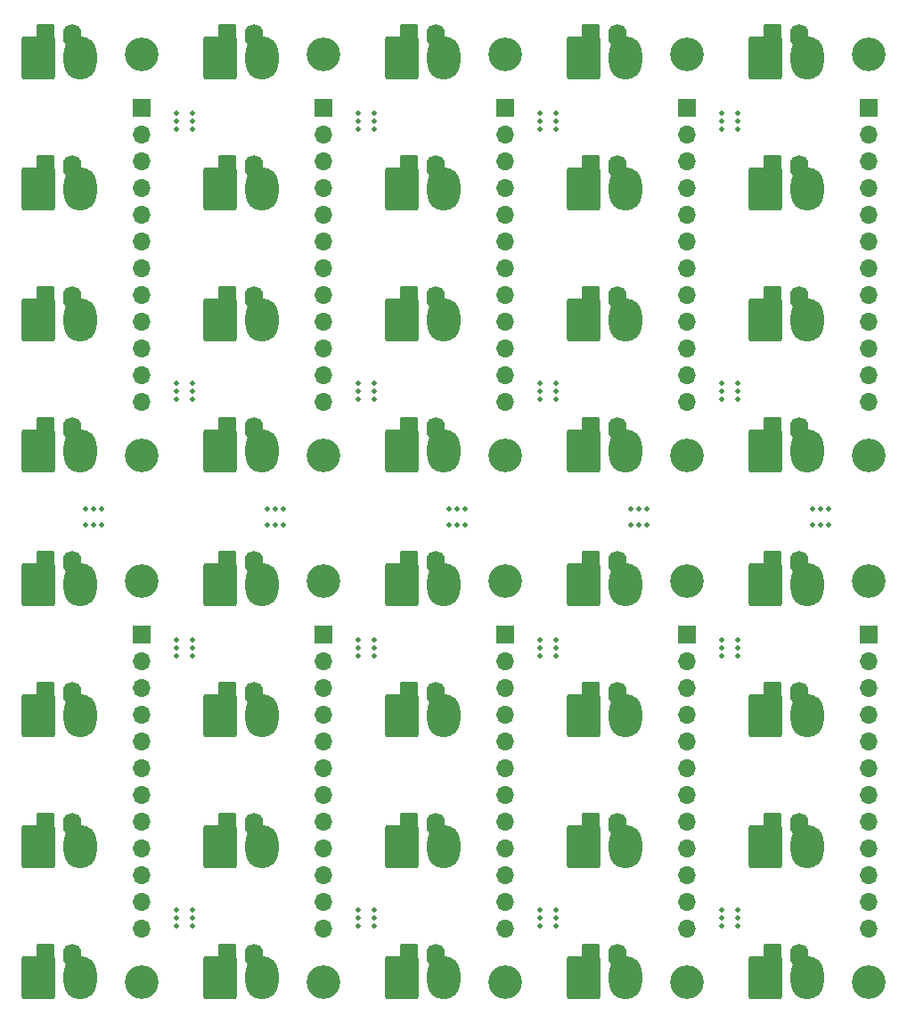
<source format=gbr>
%TF.GenerationSoftware,KiCad,Pcbnew,6.0.4-6f826c9f35~116~ubuntu21.10.1*%
%TF.CreationDate,2022-04-21T21:53:43+02:00*%
%TF.ProjectId,Carte_multiprise,43617274-655f-46d7-956c-746970726973,rev?*%
%TF.SameCoordinates,Original*%
%TF.FileFunction,Soldermask,Bot*%
%TF.FilePolarity,Negative*%
%FSLAX46Y46*%
G04 Gerber Fmt 4.6, Leading zero omitted, Abs format (unit mm)*
G04 Created by KiCad (PCBNEW 6.0.4-6f826c9f35~116~ubuntu21.10.1) date 2022-04-21 21:53:43*
%MOMM*%
%LPD*%
G01*
G04 APERTURE LIST*
G04 Aperture macros list*
%AMRoundRect*
0 Rectangle with rounded corners*
0 $1 Rounding radius*
0 $2 $3 $4 $5 $6 $7 $8 $9 X,Y pos of 4 corners*
0 Add a 4 corners polygon primitive as box body*
4,1,4,$2,$3,$4,$5,$6,$7,$8,$9,$2,$3,0*
0 Add four circle primitives for the rounded corners*
1,1,$1+$1,$2,$3*
1,1,$1+$1,$4,$5*
1,1,$1+$1,$6,$7*
1,1,$1+$1,$8,$9*
0 Add four rect primitives between the rounded corners*
20,1,$1+$1,$2,$3,$4,$5,0*
20,1,$1+$1,$4,$5,$6,$7,0*
20,1,$1+$1,$6,$7,$8,$9,0*
20,1,$1+$1,$8,$9,$2,$3,0*%
G04 Aperture macros list end*
%ADD10RoundRect,0.250000X-1.330000X-1.800000X1.330000X-1.800000X1.330000X1.800000X-1.330000X1.800000X0*%
%ADD11O,3.160000X4.100000*%
%ADD12C,0.500000*%
%ADD13C,3.200000*%
%ADD14RoundRect,0.250000X-0.620000X-0.845000X0.620000X-0.845000X0.620000X0.845000X-0.620000X0.845000X0*%
%ADD15O,1.740000X2.190000*%
%ADD16R,1.700000X1.700000*%
%ADD17O,1.700000X1.700000*%
G04 APERTURE END LIST*
D10*
%TO.C,J1*%
X83364000Y-61319000D03*
D11*
X87324000Y-61319000D03*
%TD*%
D12*
%TO.C,mouse-bite-2mm-slot*%
X98032000Y-68060000D03*
X96532000Y-66560000D03*
X98032000Y-66560000D03*
X98032000Y-67310000D03*
X96532000Y-67310000D03*
X96532000Y-68060000D03*
%TD*%
%TO.C,mouse-bite-2mm-slot*%
X115304000Y-67310000D03*
X115304000Y-68060000D03*
X115304000Y-66560000D03*
X113804000Y-66560000D03*
X113804000Y-67310000D03*
X113804000Y-68060000D03*
%TD*%
%TO.C,mouse-bite-2mm-slot*%
X132576000Y-67310000D03*
X131076000Y-66560000D03*
X132576000Y-68060000D03*
X131076000Y-67310000D03*
X131076000Y-68060000D03*
X132576000Y-66560000D03*
%TD*%
%TO.C,mouse-bite-2mm-slot*%
X149848000Y-66560000D03*
X148348000Y-68060000D03*
X149848000Y-68060000D03*
X149848000Y-67310000D03*
X148348000Y-66560000D03*
X148348000Y-67310000D03*
%TD*%
%TO.C,mouse-bite-2mm-slot*%
X96532000Y-92214000D03*
X98032000Y-93714000D03*
X96532000Y-92964000D03*
X98032000Y-92964000D03*
X96532000Y-93714000D03*
X98032000Y-92214000D03*
%TD*%
%TO.C,mouse-bite-2mm-slot*%
X113804000Y-92964000D03*
X113804000Y-93714000D03*
X115304000Y-92214000D03*
X115304000Y-92964000D03*
X113804000Y-92214000D03*
X115304000Y-93714000D03*
%TD*%
%TO.C,mouse-bite-2mm-slot*%
X131076000Y-93714000D03*
X132576000Y-92214000D03*
X131076000Y-92214000D03*
X131076000Y-92964000D03*
X132576000Y-93714000D03*
X132576000Y-92964000D03*
%TD*%
%TO.C,mouse-bite-2mm-slot*%
X148348000Y-92964000D03*
X149848000Y-92964000D03*
X149848000Y-93714000D03*
X149848000Y-92214000D03*
X148348000Y-93714000D03*
X148348000Y-92214000D03*
%TD*%
%TO.C,mouse-bite-2mm-slot*%
X98032000Y-143752000D03*
X96532000Y-143752000D03*
X96532000Y-142252000D03*
X98032000Y-142252000D03*
X98032000Y-143002000D03*
X96532000Y-143002000D03*
%TD*%
%TO.C,mouse-bite-2mm-slot*%
X96532000Y-116598000D03*
X98032000Y-116598000D03*
X96532000Y-117348000D03*
X96532000Y-118098000D03*
X98032000Y-117348000D03*
X98032000Y-118098000D03*
%TD*%
%TO.C,mouse-bite-2mm-slot*%
X113804000Y-117348000D03*
X113804000Y-118098000D03*
X115304000Y-118098000D03*
X113804000Y-116598000D03*
X115304000Y-116598000D03*
X115304000Y-117348000D03*
%TD*%
%TO.C,mouse-bite-2mm-slot*%
X115304000Y-143002000D03*
X113804000Y-142252000D03*
X113804000Y-143752000D03*
X113804000Y-143002000D03*
X115304000Y-142252000D03*
X115304000Y-143752000D03*
%TD*%
%TO.C,mouse-bite-2mm-slot*%
X132576000Y-143002000D03*
X131076000Y-143752000D03*
X131076000Y-143002000D03*
X132576000Y-142252000D03*
X131076000Y-142252000D03*
X132576000Y-143752000D03*
%TD*%
%TO.C,mouse-bite-2mm-slot*%
X131076000Y-116598000D03*
X132576000Y-117348000D03*
X132576000Y-118098000D03*
X131076000Y-118098000D03*
X131076000Y-117348000D03*
X132576000Y-116598000D03*
%TD*%
%TO.C,mouse-bite-2mm-slot*%
X87896000Y-104152000D03*
X88646000Y-104152000D03*
X89396000Y-105652000D03*
X87896000Y-105652000D03*
X89396000Y-104152000D03*
X88646000Y-105652000D03*
%TD*%
%TO.C,mouse-bite-2mm-slot*%
X105918000Y-105652000D03*
X106668000Y-104152000D03*
X105168000Y-104152000D03*
X105918000Y-104152000D03*
X105168000Y-105652000D03*
X106668000Y-105652000D03*
%TD*%
%TO.C,mouse-bite-2mm-slot*%
X123940000Y-105652000D03*
X122440000Y-105652000D03*
X122440000Y-104152000D03*
X123940000Y-104152000D03*
X123190000Y-105652000D03*
X123190000Y-104152000D03*
%TD*%
%TO.C,mouse-bite-2mm-slot*%
X139712000Y-104152000D03*
X140462000Y-104152000D03*
X141212000Y-105652000D03*
X140462000Y-105652000D03*
X139712000Y-105652000D03*
X141212000Y-104152000D03*
%TD*%
%TO.C,mouse-bite-2mm-slot*%
X156984000Y-105652000D03*
X157734000Y-105652000D03*
X158484000Y-104152000D03*
X157734000Y-104152000D03*
X156984000Y-104152000D03*
X158484000Y-105652000D03*
%TD*%
%TO.C,mouse-bite-2mm-slot*%
X149848000Y-116598000D03*
X148348000Y-116598000D03*
X149848000Y-117348000D03*
X148348000Y-117348000D03*
X149848000Y-118098000D03*
X148348000Y-118098000D03*
%TD*%
%TO.C,mouse-bite-2mm-slot*%
X148348000Y-142252000D03*
X149848000Y-143002000D03*
X149848000Y-142252000D03*
X149848000Y-143752000D03*
X148348000Y-143752000D03*
X148348000Y-143002000D03*
%TD*%
D13*
%TO.C,H1*%
X110490000Y-149098000D03*
%TD*%
D14*
%TO.C,J14*%
X153162000Y-59202000D03*
D15*
X155702000Y-59202000D03*
%TD*%
D14*
%TO.C,J11*%
X118618000Y-121686000D03*
D15*
X121158000Y-121686000D03*
%TD*%
D14*
%TO.C,J11*%
X84074000Y-71648000D03*
D15*
X86614000Y-71648000D03*
%TD*%
D14*
%TO.C,J14*%
X101346000Y-59202000D03*
D15*
X103886000Y-59202000D03*
%TD*%
D14*
%TO.C,J12*%
X84074000Y-134132000D03*
D15*
X86614000Y-134132000D03*
%TD*%
D10*
%TO.C,J1*%
X135180000Y-61319000D03*
D11*
X139140000Y-61319000D03*
%TD*%
D16*
%TO.C,J5*%
X127762000Y-116073000D03*
D17*
X127762000Y-118613000D03*
X127762000Y-121153000D03*
X127762000Y-123693000D03*
X127762000Y-126233000D03*
X127762000Y-128773000D03*
X127762000Y-131313000D03*
X127762000Y-133853000D03*
X127762000Y-136393000D03*
X127762000Y-138933000D03*
X127762000Y-141473000D03*
X127762000Y-144013000D03*
%TD*%
D10*
%TO.C,J2*%
X152452000Y-73765000D03*
D11*
X156412000Y-73765000D03*
%TD*%
D10*
%TO.C,J4*%
X135180000Y-148695000D03*
D11*
X139140000Y-148695000D03*
%TD*%
D14*
%TO.C,J13*%
X101346000Y-96540000D03*
D15*
X103886000Y-96540000D03*
%TD*%
D16*
%TO.C,J5*%
X162306000Y-116073000D03*
D17*
X162306000Y-118613000D03*
X162306000Y-121153000D03*
X162306000Y-123693000D03*
X162306000Y-126233000D03*
X162306000Y-128773000D03*
X162306000Y-131313000D03*
X162306000Y-133853000D03*
X162306000Y-136393000D03*
X162306000Y-138933000D03*
X162306000Y-141473000D03*
X162306000Y-144013000D03*
%TD*%
D14*
%TO.C,J11*%
X135890000Y-71648000D03*
D15*
X138430000Y-71648000D03*
%TD*%
D14*
%TO.C,J14*%
X135890000Y-109240000D03*
D15*
X138430000Y-109240000D03*
%TD*%
D10*
%TO.C,J4*%
X152452000Y-148695000D03*
D11*
X156412000Y-148695000D03*
%TD*%
D13*
%TO.C,H1*%
X93218000Y-149098000D03*
%TD*%
D10*
%TO.C,J4*%
X83364000Y-148695000D03*
D11*
X87324000Y-148695000D03*
%TD*%
D10*
%TO.C,J4*%
X100636000Y-98657000D03*
D11*
X104596000Y-98657000D03*
%TD*%
D10*
%TO.C,J3*%
X135180000Y-136249000D03*
D11*
X139140000Y-136249000D03*
%TD*%
D16*
%TO.C,J5*%
X110490000Y-66035000D03*
D17*
X110490000Y-68575000D03*
X110490000Y-71115000D03*
X110490000Y-73655000D03*
X110490000Y-76195000D03*
X110490000Y-78735000D03*
X110490000Y-81275000D03*
X110490000Y-83815000D03*
X110490000Y-86355000D03*
X110490000Y-88895000D03*
X110490000Y-91435000D03*
X110490000Y-93975000D03*
%TD*%
D14*
%TO.C,J13*%
X84074000Y-96540000D03*
D15*
X86614000Y-96540000D03*
%TD*%
D13*
%TO.C,H2*%
X162306000Y-110998000D03*
%TD*%
D14*
%TO.C,J11*%
X135890000Y-121686000D03*
D15*
X138430000Y-121686000D03*
%TD*%
D13*
%TO.C,H2*%
X93218000Y-60960000D03*
%TD*%
D14*
%TO.C,J12*%
X101346000Y-84094000D03*
D15*
X103886000Y-84094000D03*
%TD*%
D14*
%TO.C,J12*%
X118618000Y-134132000D03*
D15*
X121158000Y-134132000D03*
%TD*%
D14*
%TO.C,J12*%
X153162000Y-134132000D03*
D15*
X155702000Y-134132000D03*
%TD*%
D13*
%TO.C,H2*%
X127762000Y-60960000D03*
%TD*%
D14*
%TO.C,J13*%
X118618000Y-96540000D03*
D15*
X121158000Y-96540000D03*
%TD*%
D13*
%TO.C,H2*%
X127762000Y-110998000D03*
%TD*%
%TO.C,H2*%
X162306000Y-60960000D03*
%TD*%
D14*
%TO.C,J13*%
X135890000Y-146578000D03*
D15*
X138430000Y-146578000D03*
%TD*%
D13*
%TO.C,H1*%
X110490000Y-99060000D03*
%TD*%
D10*
%TO.C,J1*%
X100636000Y-111357000D03*
D11*
X104596000Y-111357000D03*
%TD*%
D14*
%TO.C,J12*%
X101346000Y-134132000D03*
D15*
X103886000Y-134132000D03*
%TD*%
D10*
%TO.C,J1*%
X83364000Y-111357000D03*
D11*
X87324000Y-111357000D03*
%TD*%
D13*
%TO.C,H1*%
X145034000Y-149098000D03*
%TD*%
D14*
%TO.C,J14*%
X101346000Y-109240000D03*
D15*
X103886000Y-109240000D03*
%TD*%
D14*
%TO.C,J13*%
X101346000Y-146578000D03*
D15*
X103886000Y-146578000D03*
%TD*%
D14*
%TO.C,J13*%
X84074000Y-146578000D03*
D15*
X86614000Y-146578000D03*
%TD*%
D14*
%TO.C,J13*%
X153162000Y-96540000D03*
D15*
X155702000Y-96540000D03*
%TD*%
D13*
%TO.C,H1*%
X93218000Y-99060000D03*
%TD*%
D14*
%TO.C,J11*%
X101346000Y-121686000D03*
D15*
X103886000Y-121686000D03*
%TD*%
D10*
%TO.C,J2*%
X83364000Y-73765000D03*
D11*
X87324000Y-73765000D03*
%TD*%
D14*
%TO.C,J12*%
X153162000Y-84094000D03*
D15*
X155702000Y-84094000D03*
%TD*%
D10*
%TO.C,J2*%
X100636000Y-73765000D03*
D11*
X104596000Y-73765000D03*
%TD*%
D10*
%TO.C,J4*%
X117908000Y-148695000D03*
D11*
X121868000Y-148695000D03*
%TD*%
D14*
%TO.C,J14*%
X118618000Y-109240000D03*
D15*
X121158000Y-109240000D03*
%TD*%
D10*
%TO.C,J4*%
X100636000Y-148695000D03*
D11*
X104596000Y-148695000D03*
%TD*%
D10*
%TO.C,J1*%
X117908000Y-61319000D03*
D11*
X121868000Y-61319000D03*
%TD*%
D10*
%TO.C,J3*%
X100636000Y-136249000D03*
D11*
X104596000Y-136249000D03*
%TD*%
D10*
%TO.C,J3*%
X135180000Y-86211000D03*
D11*
X139140000Y-86211000D03*
%TD*%
D10*
%TO.C,J1*%
X152452000Y-111357000D03*
D11*
X156412000Y-111357000D03*
%TD*%
D16*
%TO.C,J5*%
X145034000Y-116073000D03*
D17*
X145034000Y-118613000D03*
X145034000Y-121153000D03*
X145034000Y-123693000D03*
X145034000Y-126233000D03*
X145034000Y-128773000D03*
X145034000Y-131313000D03*
X145034000Y-133853000D03*
X145034000Y-136393000D03*
X145034000Y-138933000D03*
X145034000Y-141473000D03*
X145034000Y-144013000D03*
%TD*%
D10*
%TO.C,J3*%
X152452000Y-86211000D03*
D11*
X156412000Y-86211000D03*
%TD*%
D13*
%TO.C,H1*%
X162306000Y-149098000D03*
%TD*%
D16*
%TO.C,J5*%
X145034000Y-66035000D03*
D17*
X145034000Y-68575000D03*
X145034000Y-71115000D03*
X145034000Y-73655000D03*
X145034000Y-76195000D03*
X145034000Y-78735000D03*
X145034000Y-81275000D03*
X145034000Y-83815000D03*
X145034000Y-86355000D03*
X145034000Y-88895000D03*
X145034000Y-91435000D03*
X145034000Y-93975000D03*
%TD*%
D10*
%TO.C,J2*%
X117908000Y-123803000D03*
D11*
X121868000Y-123803000D03*
%TD*%
D10*
%TO.C,J3*%
X83364000Y-86211000D03*
D11*
X87324000Y-86211000D03*
%TD*%
D10*
%TO.C,J4*%
X152452000Y-98657000D03*
D11*
X156412000Y-98657000D03*
%TD*%
D10*
%TO.C,J1*%
X135180000Y-111357000D03*
D11*
X139140000Y-111357000D03*
%TD*%
D10*
%TO.C,J3*%
X100636000Y-86211000D03*
D11*
X104596000Y-86211000D03*
%TD*%
D14*
%TO.C,J14*%
X135890000Y-59202000D03*
D15*
X138430000Y-59202000D03*
%TD*%
D14*
%TO.C,J11*%
X101346000Y-71648000D03*
D15*
X103886000Y-71648000D03*
%TD*%
D10*
%TO.C,J1*%
X152452000Y-61319000D03*
D11*
X156412000Y-61319000D03*
%TD*%
D10*
%TO.C,J2*%
X83364000Y-123803000D03*
D11*
X87324000Y-123803000D03*
%TD*%
D10*
%TO.C,J1*%
X117908000Y-111357000D03*
D11*
X121868000Y-111357000D03*
%TD*%
D14*
%TO.C,J13*%
X118618000Y-146578000D03*
D15*
X121158000Y-146578000D03*
%TD*%
D13*
%TO.C,H2*%
X145034000Y-110998000D03*
%TD*%
D10*
%TO.C,J1*%
X100636000Y-61319000D03*
D11*
X104596000Y-61319000D03*
%TD*%
D14*
%TO.C,J13*%
X153162000Y-146578000D03*
D15*
X155702000Y-146578000D03*
%TD*%
D14*
%TO.C,J14*%
X153162000Y-109240000D03*
D15*
X155702000Y-109240000D03*
%TD*%
D13*
%TO.C,H1*%
X127762000Y-149098000D03*
%TD*%
D14*
%TO.C,J12*%
X135890000Y-134132000D03*
D15*
X138430000Y-134132000D03*
%TD*%
D14*
%TO.C,J14*%
X84074000Y-59202000D03*
D15*
X86614000Y-59202000D03*
%TD*%
D14*
%TO.C,J12*%
X135890000Y-84094000D03*
D15*
X138430000Y-84094000D03*
%TD*%
D10*
%TO.C,J4*%
X135180000Y-98657000D03*
D11*
X139140000Y-98657000D03*
%TD*%
D10*
%TO.C,J2*%
X100636000Y-123803000D03*
D11*
X104596000Y-123803000D03*
%TD*%
D14*
%TO.C,J12*%
X118618000Y-84094000D03*
D15*
X121158000Y-84094000D03*
%TD*%
D14*
%TO.C,J12*%
X84074000Y-84094000D03*
D15*
X86614000Y-84094000D03*
%TD*%
D14*
%TO.C,J14*%
X118618000Y-59202000D03*
D15*
X121158000Y-59202000D03*
%TD*%
D10*
%TO.C,J3*%
X83364000Y-136249000D03*
D11*
X87324000Y-136249000D03*
%TD*%
D10*
%TO.C,J3*%
X152452000Y-136249000D03*
D11*
X156412000Y-136249000D03*
%TD*%
D14*
%TO.C,J13*%
X135890000Y-96540000D03*
D15*
X138430000Y-96540000D03*
%TD*%
D10*
%TO.C,J4*%
X117908000Y-98657000D03*
D11*
X121868000Y-98657000D03*
%TD*%
D13*
%TO.C,H2*%
X110490000Y-60960000D03*
%TD*%
%TO.C,H2*%
X110490000Y-110998000D03*
%TD*%
%TO.C,H1*%
X127762000Y-99060000D03*
%TD*%
D14*
%TO.C,J14*%
X84074000Y-109240000D03*
D15*
X86614000Y-109240000D03*
%TD*%
D16*
%TO.C,J5*%
X110490000Y-116073000D03*
D17*
X110490000Y-118613000D03*
X110490000Y-121153000D03*
X110490000Y-123693000D03*
X110490000Y-126233000D03*
X110490000Y-128773000D03*
X110490000Y-131313000D03*
X110490000Y-133853000D03*
X110490000Y-136393000D03*
X110490000Y-138933000D03*
X110490000Y-141473000D03*
X110490000Y-144013000D03*
%TD*%
D10*
%TO.C,J3*%
X117908000Y-86211000D03*
D11*
X121868000Y-86211000D03*
%TD*%
D10*
%TO.C,J2*%
X135180000Y-123803000D03*
D11*
X139140000Y-123803000D03*
%TD*%
D16*
%TO.C,J5*%
X93218000Y-66035000D03*
D17*
X93218000Y-68575000D03*
X93218000Y-71115000D03*
X93218000Y-73655000D03*
X93218000Y-76195000D03*
X93218000Y-78735000D03*
X93218000Y-81275000D03*
X93218000Y-83815000D03*
X93218000Y-86355000D03*
X93218000Y-88895000D03*
X93218000Y-91435000D03*
X93218000Y-93975000D03*
%TD*%
D14*
%TO.C,J11*%
X153162000Y-121686000D03*
D15*
X155702000Y-121686000D03*
%TD*%
D10*
%TO.C,J3*%
X117908000Y-136249000D03*
D11*
X121868000Y-136249000D03*
%TD*%
D16*
%TO.C,J5*%
X162306000Y-66035000D03*
D17*
X162306000Y-68575000D03*
X162306000Y-71115000D03*
X162306000Y-73655000D03*
X162306000Y-76195000D03*
X162306000Y-78735000D03*
X162306000Y-81275000D03*
X162306000Y-83815000D03*
X162306000Y-86355000D03*
X162306000Y-88895000D03*
X162306000Y-91435000D03*
X162306000Y-93975000D03*
%TD*%
D10*
%TO.C,J2*%
X135180000Y-73765000D03*
D11*
X139140000Y-73765000D03*
%TD*%
D14*
%TO.C,J11*%
X153162000Y-71648000D03*
D15*
X155702000Y-71648000D03*
%TD*%
D10*
%TO.C,J4*%
X83364000Y-98657000D03*
D11*
X87324000Y-98657000D03*
%TD*%
D16*
%TO.C,J5*%
X127762000Y-66035000D03*
D17*
X127762000Y-68575000D03*
X127762000Y-71115000D03*
X127762000Y-73655000D03*
X127762000Y-76195000D03*
X127762000Y-78735000D03*
X127762000Y-81275000D03*
X127762000Y-83815000D03*
X127762000Y-86355000D03*
X127762000Y-88895000D03*
X127762000Y-91435000D03*
X127762000Y-93975000D03*
%TD*%
D14*
%TO.C,J11*%
X84074000Y-121686000D03*
D15*
X86614000Y-121686000D03*
%TD*%
D16*
%TO.C,J5*%
X93218000Y-116073000D03*
D17*
X93218000Y-118613000D03*
X93218000Y-121153000D03*
X93218000Y-123693000D03*
X93218000Y-126233000D03*
X93218000Y-128773000D03*
X93218000Y-131313000D03*
X93218000Y-133853000D03*
X93218000Y-136393000D03*
X93218000Y-138933000D03*
X93218000Y-141473000D03*
X93218000Y-144013000D03*
%TD*%
D10*
%TO.C,J2*%
X117908000Y-73765000D03*
D11*
X121868000Y-73765000D03*
%TD*%
D13*
%TO.C,H2*%
X145034000Y-60960000D03*
%TD*%
%TO.C,H1*%
X145034000Y-99060000D03*
%TD*%
%TO.C,H2*%
X93218000Y-110998000D03*
%TD*%
%TO.C,H1*%
X162306000Y-99060000D03*
%TD*%
D10*
%TO.C,J2*%
X152452000Y-123803000D03*
D11*
X156412000Y-123803000D03*
%TD*%
D14*
%TO.C,J11*%
X118618000Y-71648000D03*
D15*
X121158000Y-71648000D03*
%TD*%
M02*

</source>
